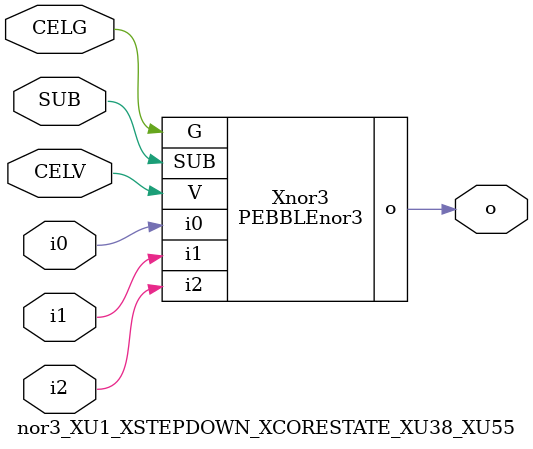
<source format=v>



module PEBBLEnor3 ( o, G, SUB, V, i0, i1, i2 );

  input i0;
  input V;
  input i2;
  input i1;
  input G;
  output o;
  input SUB;
endmodule

//Celera Confidential Do Not Copy nor3_XU1_XSTEPDOWN_XCORESTATE_XU38_XU55
//Celera Confidential Symbol Generator
//NOR3
module nor3_XU1_XSTEPDOWN_XCORESTATE_XU38_XU55 (CELV,CELG,i0,i1,i2,o,SUB);
input CELV;
input CELG;
input i0;
input i1;
input i2;
input SUB;
output o;

//Celera Confidential Do Not Copy nor3
PEBBLEnor3 Xnor3(
.V (CELV),
.i0 (i0),
.i1 (i1),
.i2 (i2),
.o (o),
.SUB (SUB),
.G (CELG)
);
//,diesize,PEBBLEnor3

//Celera Confidential Do Not Copy Module End
//Celera Schematic Generator
endmodule

</source>
